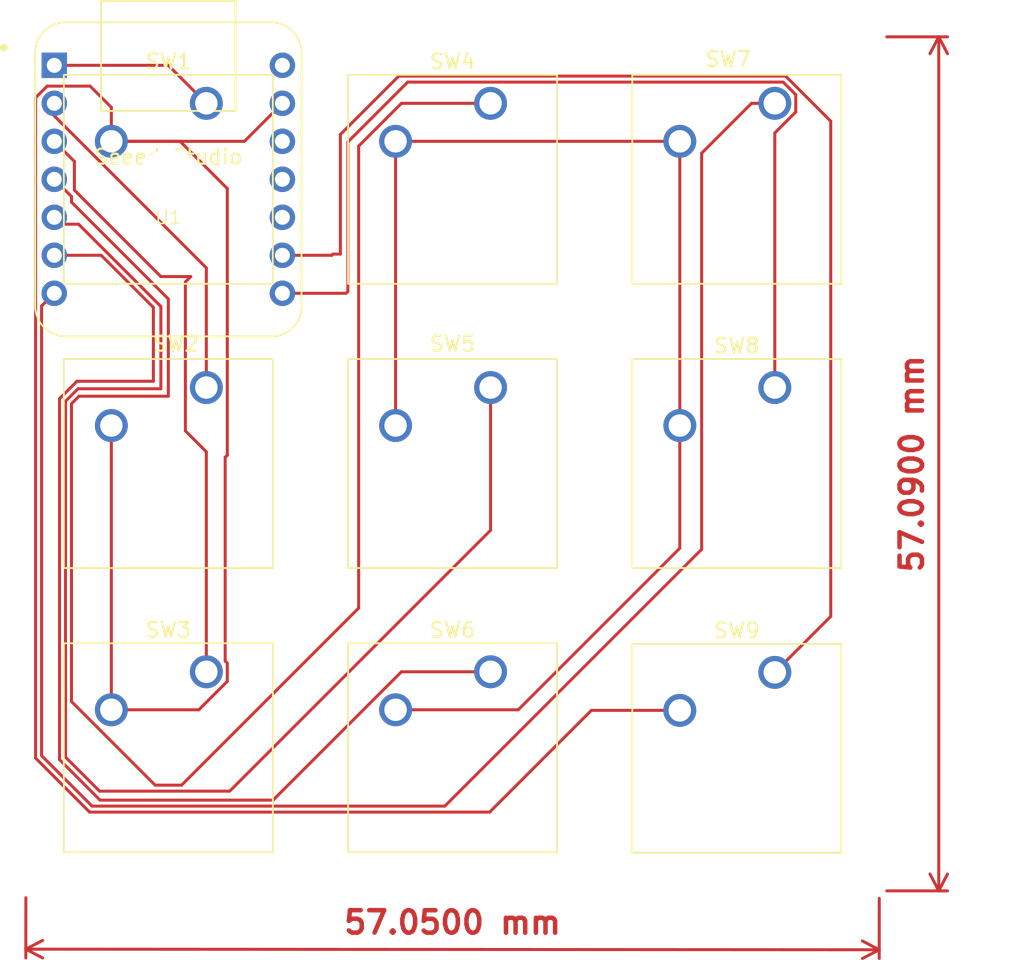
<source format=kicad_pcb>
(kicad_pcb (version 20240108) (generator "pcbnew") (generator_version "8.0")
  (layers (0 "F.Cu" signal) (31 "B.Cu" signal) (34 "B.Paste" user) (35 "F.Paste" user) (36 "B.SilkS" user "B.Silkscreen") (37 "F.SilkS" user "F.Silkscreen") (38 "B.Mask" user) (39 "F.Mask" user) (44 "Edge.Cuts" user))
  (net 0 "")
  (net 1 "GND")
  (net 2 "Net-(U1-PA7_A8_D8_SCK)")
  (net 3 "Net-(U1-PB09_A7_D7_RX)")
  (net 4 "Net-(U1-PB08_A6_D6_TX)")
  (net 5 "Net-(U1-PA9_A5_D5_SCL)")
  (net 6 "Net-(U1-PA8_A4_D4_SDA)")
  (net 7 "Net-(U1-PA11_A3_D3)")
  (net 8 "Net-(U1-PA10_A2_D2)")
  (net 11 "Net-(U1-PA02_A0_D0)")
  (net 12 "Net-(U1-PA4_A1_D1)")
  (footprint "Button_Switch_Keyboard:SW_Cherry_MX_1.00u_PCB" (layer "F.Cu") (at 159.04 91.46)
    (property "Reference" "SW9" (at -2.54 -2.794 0) (layer "F.SilkS"))
    (property "Value" "SW_Push")
    (fp_line (start -9.525 -1.905) (end 4.445 -1.905) (stroke (width 0.12)) (layer "F.SilkS"))
    (fp_line (start -9.525 12.065) (end -9.525 -1.905) (stroke (width 0.12)) (layer "F.SilkS"))
    (fp_line (start 4.445 -1.905) (end 4.445 12.065) (stroke (width 0.12)) (layer "F.SilkS"))
    (fp_line (start 4.445 12.065) (end -9.525 12.065) (stroke (width 0.12)) (layer "F.SilkS"))
    (pad "" np_thru_hole circle (at -7.62 5.08) (size 1.7 1.7) (drill 1.7) (layers "*.Cu" "*.Mask"))
    (pad "" np_thru_hole circle (at -2.54 5.08) (size 4 4) (drill 4) (layers "*.Cu" "*.Mask"))
    (pad "" np_thru_hole circle (at 2.54 5.08) (size 1.7 1.7) (drill 1.7) (layers "*.Cu" "*.Mask"))
    (pad "1" thru_hole circle (at 0 0) (size 2.2 2.2) (drill 1.5) (layers "*.Cu" "*.Mask") (net 2 "Net-(U1-PA7_A8_D8_SCK)"))
    (pad "2" thru_hole circle (at -6.35 2.54) (size 2.2 2.2) (drill 1.5) (layers "*.Cu" "*.Mask") (net 1 "GND"))
  )
  (footprint "Button_Switch_Keyboard:SW_Cherry_MX_1.00u_PCB" (layer "F.Cu") (at 159.04 53.42)
    (property "Reference" "SW7" (at -3.116 -2.94747 0) (layer "F.SilkS"))
    (property "Value" "SW_Push")
    (fp_line (start -9.525 -1.905) (end 4.445 -1.905) (stroke (width 0.12)) (layer "F.SilkS"))
    (fp_line (start -9.525 12.065) (end -9.525 -1.905) (stroke (width 0.12)) (layer "F.SilkS"))
    (fp_line (start 4.445 -1.905) (end 4.445 12.065) (stroke (width 0.12)) (layer "F.SilkS"))
    (fp_line (start 4.445 12.065) (end -9.525 12.065) (stroke (width 0.12)) (layer "F.SilkS"))
    (pad "" np_thru_hole circle (at -7.62 5.08) (size 1.7 1.7) (drill 1.7) (layers "*.Cu" "*.Mask"))
    (pad "" np_thru_hole circle (at -2.54 5.08) (size 4 4) (drill 4) (layers "*.Cu" "*.Mask"))
    (pad "" np_thru_hole circle (at 2.54 5.08) (size 1.7 1.7) (drill 1.7) (layers "*.Cu" "*.Mask"))
    (pad "1" thru_hole circle (at 0 0) (size 2.2 2.2) (drill 1.5) (layers "*.Cu" "*.Mask") (net 4 "Net-(U1-PB08_A6_D6_TX)"))
    (pad "2" thru_hole circle (at -6.35 2.54) (size 2.2 2.2) (drill 1.5) (layers "*.Cu" "*.Mask") (net 1 "GND"))
  )
  (footprint "Button_Switch_Keyboard:SW_Cherry_MX_1.00u_PCB" (layer "F.Cu") (at 121.04 91.42)
    (property "Reference" "SW3" (at -2.54 -2.794 0) (layer "F.SilkS"))
    (property "Value" "SW_Push")
    (fp_line (start -9.525 -1.905) (end 4.445 -1.905) (stroke (width 0.12)) (layer "F.SilkS"))
    (fp_line (start -9.525 12.065) (end -9.525 -1.905) (stroke (width 0.12)) (layer "F.SilkS"))
    (fp_line (start 4.445 -1.905) (end 4.445 12.065) (stroke (width 0.12)) (layer "F.SilkS"))
    (fp_line (start 4.445 12.065) (end -9.525 12.065) (stroke (width 0.12)) (layer "F.SilkS"))
    (pad "" np_thru_hole circle (at -7.62 5.08) (size 1.7 1.7) (drill 1.7) (layers "*.Cu" "*.Mask"))
    (pad "" np_thru_hole circle (at -2.54 5.08) (size 4 4) (drill 4) (layers "*.Cu" "*.Mask"))
    (pad "" np_thru_hole circle (at 2.54 5.08) (size 1.7 1.7) (drill 1.7) (layers "*.Cu" "*.Mask"))
    (pad "1" thru_hole circle (at 0 0) (size 2.2 2.2) (drill 1.5) (layers "*.Cu" "*.Mask") (net 8 "Net-(U1-PA10_A2_D2)"))
    (pad "2" thru_hole circle (at -6.35 2.54) (size 2.2 2.2) (drill 1.5) (layers "*.Cu" "*.Mask") (net 1 "GND"))
  )
  (footprint "Button_Switch_Keyboard:SW_Cherry_MX_1.00u_PCB" (layer "F.Cu") (at 121.04 53.42)
    (property "Reference" "SW1" (at -2.54 -2.794 0) (layer "F.SilkS"))
    (property "Value" "SW_Push")
    (fp_line (start -9.525 -1.905) (end 4.445 -1.905) (stroke (width 0.12)) (layer "F.SilkS"))
    (fp_line (start -9.525 12.065) (end -9.525 -1.905) (stroke (width 0.12)) (layer "F.SilkS"))
    (fp_line (start 4.445 -1.905) (end 4.445 12.065) (stroke (width 0.12)) (layer "F.SilkS"))
    (fp_line (start 4.445 12.065) (end -9.525 12.065) (stroke (width 0.12)) (layer "F.SilkS"))
    (pad "" np_thru_hole circle (at -7.62 5.08) (size 1.7 1.7) (drill 1.7) (layers "*.Cu" "*.Mask"))
    (pad "" np_thru_hole circle (at -2.54 5.08) (size 4 4) (drill 4) (layers "*.Cu" "*.Mask"))
    (pad "" np_thru_hole circle (at 2.54 5.08) (size 1.7 1.7) (drill 1.7) (layers "*.Cu" "*.Mask"))
    (pad "1" thru_hole circle (at 0 0) (size 2.2 2.2) (drill 1.5) (layers "*.Cu" "*.Mask") (net 11 "Net-(U1-PA02_A0_D0)"))
    (pad "2" thru_hole circle (at -6.35 2.54) (size 2.2 2.2) (drill 1.5) (layers "*.Cu" "*.Mask") (net 1 "GND"))
  )
  (footprint "Library:XIAO-Generic-Thruhole-14P-2.54-21X17.8MM" (layer "F.Cu") (at 118.5 58.5)
    (property "Reference" "U1" (at 0 2.54 0) (layer "F.SilkS") (effects (font (size 0.889 0.889) (thickness 0.1016))))
    (property "Value" "Seeed Studio XIAO SAMD21" (hide yes))
    (fp_line (start -8.9 -8.5) (end -8.9 8.5) (stroke (width 0.127)) (layer "F.SilkS"))
    (fp_line (start -6.9 10.5) (end 6.9 10.5) (stroke (width 0.127)) (layer "F.SilkS"))
    (fp_line (start -4.5 -11.92403) (end 4.5 -11.92403) (stroke (width 0.127)) (layer "F.SilkS"))
    (fp_line (start -4.5 -4.57073) (end -4.5 -11.92403) (stroke (width 0.127)) (layer "F.SilkS"))
    (fp_line (start 4.5 -11.92403) (end 4.5 -4.57073) (stroke (width 0.127)) (layer "F.SilkS"))
    (fp_line (start 4.5 -4.57073) (end -4.5 -4.57073) (stroke (width 0.127)) (layer "F.SilkS"))
    (fp_line (start 6.9 -10.49909) (end -6.9 -10.49909) (stroke (width 0.127)) (layer "F.SilkS"))
    (fp_line (start 8.9 8.5) (end 8.9 -8.5) (stroke (width 0.127)) (layer "F.SilkS"))
    (fp_arc (start -8.9 -8.5) (mid -8.301491 -9.901491) (end -6.9 -10.5) (stroke (width 0.12)) (layer "F.SilkS"))
    (fp_arc (start -6.9 10.5) (mid -8.301423 9.901423) (end -8.9 8.5) (stroke (width 0.12)) (layer "F.SilkS"))
    (fp_arc (start 6.9 -10.5) (mid 8.301494 -9.901494) (end 8.9 -8.5) (stroke (width 0.12)) (layer "F.SilkS"))
    (fp_arc (start 8.9 8.5) (mid 8.314214 9.914214) (end 6.9 10.5) (stroke (width 0.12)) (layer "F.SilkS"))
    (fp_circle (center -11 -8.8) (end -11 -9.054) (fill solid) (layer "F.SilkS"))
    (fp_poly (pts (xy -8.887715 -8.561705) (xy -8.884667 -8.610473) (xy -8.880603 -8.659494)) (stroke (width 0.0254)) (fill none) (layer "F.SilkS"))
    (fp_poly (pts (xy 8.889492 8.521574) (xy 8.887713 8.57085) (xy 8.884665 8.619618) (xy 8.880601 8.668639) (xy 8.875268 8.717407) (xy 8.868664 8.766175) (xy 8.861044 8.81469) (xy 8.852153 8.86295) (xy 8.842248 8.910955)) (stroke (width 0.0254)) (fill none) (layer "F.SilkS"))
    (fp_text user "Seeed Studio" (at 0 -1.5 0) (layer "F.SilkS"))
    (fp_text user "XIAO" (at 0 0.5 0) (layer "F.SilkS"))
    (pad "1" thru_hole rect (at -7.625 -7.62) (size 1.7 1.7) (drill 1) (layers "*.Cu" "*.Mask") (net 11 "Net-(U1-PA02_A0_D0)"))
    (pad "2" thru_hole circle (at -7.625 -5.08) (size 1.7 1.7) (drill 1) (layers "*.Cu" "*.Mask") (net 12 "Net-(U1-PA4_A1_D1)"))
    (pad "3" thru_hole circle (at -7.625 -2.54) (size 1.7 1.7) (drill 1) (layers "*.Cu" "*.Mask") (net 8 "Net-(U1-PA10_A2_D2)"))
    (pad "4" thru_hole circle (at -7.625 0) (size 1.7 1.7) (drill 1) (layers "*.Cu" "*.Mask") (net 7 "Net-(U1-PA11_A3_D3)"))
    (pad "5" thru_hole circle (at -7.625 2.54) (size 1.7 1.7) (drill 1) (layers "*.Cu" "*.Mask") (net 6 "Net-(U1-PA8_A4_D4_SDA)"))
    (pad "6" thru_hole circle (at -7.625 5.08 180) (size 1.7 1.7) (drill 1) (layers "*.Cu" "*.Mask") (net 5 "Net-(U1-PA9_A5_D5_SCL)"))
    (pad "7" thru_hole circle (at -7.625 7.62) (size 1.7 1.7) (drill 1) (layers "*.Cu" "*.Mask") (net 4 "Net-(U1-PB08_A6_D6_TX)"))
    (pad "8" thru_hole circle (at 7.625 7.62) (size 1.7 1.7) (drill 1) (layers "*.Cu" "*.Mask") (net 3 "Net-(U1-PB09_A7_D7_RX)"))
    (pad "9" thru_hole circle (at 7.625 5.08) (size 1.7 1.7) (drill 1) (layers "*.Cu" "*.Mask") (net 2 "Net-(U1-PA7_A8_D8_SCK)"))
    (pad "10" thru_hole circle (at 7.625 2.54) (size 1.7 1.7) (drill 1) (layers "*.Cu" "*.Mask"))
    (pad "11" thru_hole circle (at 7.625 0) (size 1.7 1.7) (drill 1) (layers "*.Cu" "*.Mask"))
    (pad "12" thru_hole circle (at 7.625 -2.54) (size 1.7 1.7) (drill 1) (layers "*.Cu" "*.Mask"))
    (pad "13" thru_hole circle (at 7.625 -5.08) (size 1.7 1.7) (drill 1) (layers "*.Cu" "*.Mask") (net 1 "GND"))
    (pad "14" thru_hole circle (at 7.625 -7.62) (size 1.7 1.7) (drill 1) (layers "*.Cu" "*.Mask"))
  )
  (footprint "Button_Switch_Keyboard:SW_Cherry_MX_1.00u_PCB" (layer "F.Cu") (at 159.04 72.42)
    (property "Reference" "SW8" (at -2.54 -2.794 0) (layer "F.SilkS"))
    (property "Value" "SW_Push")
    (fp_line (start -9.525 -1.905) (end 4.445 -1.905) (stroke (width 0.12)) (layer "F.SilkS"))
    (fp_line (start -9.525 12.065) (end -9.525 -1.905) (stroke (width 0.12)) (layer "F.SilkS"))
    (fp_line (start 4.445 -1.905) (end 4.445 12.065) (stroke (width 0.12)) (layer "F.SilkS"))
    (fp_line (start 4.445 12.065) (end -9.525 12.065) (stroke (width 0.12)) (layer "F.SilkS"))
    (pad "" np_thru_hole circle (at -7.62 5.08) (size 1.7 1.7) (drill 1.7) (layers "*.Cu" "*.Mask"))
    (pad "" np_thru_hole circle (at -2.54 5.08) (size 4 4) (drill 4) (layers "*.Cu" "*.Mask"))
    (pad "" np_thru_hole circle (at 2.54 5.08) (size 1.7 1.7) (drill 1.7) (layers "*.Cu" "*.Mask"))
    (pad "1" thru_hole circle (at 0 0) (size 2.2 2.2) (drill 1.5) (layers "*.Cu" "*.Mask") (net 3 "Net-(U1-PB09_A7_D7_RX)"))
    (pad "2" thru_hole circle (at -6.35 2.54) (size 2.2 2.2) (drill 1.5) (layers "*.Cu" "*.Mask") (net 1 "GND"))
  )
  (footprint "Button_Switch_Keyboard:SW_Cherry_MX_1.00u_PCB" (layer "F.Cu") (at 140.04 72.42)
    (property "Reference" "SW5" (at -2.54 -2.92 0) (layer "F.SilkS"))
    (property "Value" "SW_Push")
    (fp_line (start -9.525 -1.905) (end 4.445 -1.905) (stroke (width 0.12)) (layer "F.SilkS"))
    (fp_line (start -9.525 12.065) (end -9.525 -1.905) (stroke (width 0.12)) (layer "F.SilkS"))
    (fp_line (start 4.445 -1.905) (end 4.445 12.065) (stroke (width 0.12)) (layer "F.SilkS"))
    (fp_line (start 4.445 12.065) (end -9.525 12.065) (stroke (width 0.12)) (layer "F.SilkS"))
    (pad "" np_thru_hole circle (at -7.62 5.08) (size 1.7 1.7) (drill 1.7) (layers "*.Cu" "*.Mask"))
    (pad "" np_thru_hole circle (at -2.54 5.08) (size 4 4) (drill 4) (layers "*.Cu" "*.Mask"))
    (pad "" np_thru_hole circle (at 2.54 5.08) (size 1.7 1.7) (drill 1.7) (layers "*.Cu" "*.Mask"))
    (pad "1" thru_hole circle (at 0 0) (size 2.2 2.2) (drill 1.5) (layers "*.Cu" "*.Mask") (net 6 "Net-(U1-PA8_A4_D4_SDA)"))
    (pad "2" thru_hole circle (at -6.35 2.54) (size 2.2 2.2) (drill 1.5) (layers "*.Cu" "*.Mask") (net 1 "GND"))
  )
  (footprint "Button_Switch_Keyboard:SW_Cherry_MX_1.00u_PCB" (layer "F.Cu") (at 140.04 91.42)
    (property "Reference" "SW6" (at -2.54 -2.794 0) (layer "F.SilkS"))
    (property "Value" "SW_Push")
    (fp_line (start -9.525 -1.905) (end 4.445 -1.905) (stroke (width 0.12)) (layer "F.SilkS"))
    (fp_line (start -9.525 12.065) (end -9.525 -1.905) (stroke (width 0.12)) (layer "F.SilkS"))
    (fp_line (start 4.445 -1.905) (end 4.445 12.065) (stroke (width 0.12)) (layer "F.SilkS"))
    (fp_line (start 4.445 12.065) (end -9.525 12.065) (stroke (width 0.12)) (layer "F.SilkS"))
    (pad "" np_thru_hole circle (at -7.62 5.08) (size 1.7 1.7) (drill 1.7) (layers "*.Cu" "*.Mask"))
    (pad "" np_thru_hole circle (at -2.54 5.08) (size 4 4) (drill 4) (layers "*.Cu" "*.Mask"))
    (pad "" np_thru_hole circle (at 2.54 5.08) (size 1.7 1.7) (drill 1.7) (layers "*.Cu" "*.Mask"))
    (pad "1" thru_hole circle (at 0 0) (size 2.2 2.2) (drill 1.5) (layers "*.Cu" "*.Mask") (net 5 "Net-(U1-PA9_A5_D5_SCL)"))
    (pad "2" thru_hole circle (at -6.35 2.54) (size 2.2 2.2) (drill 1.5) (layers "*.Cu" "*.Mask") (net 1 "GND"))
  )
  (footprint "Button_Switch_Keyboard:SW_Cherry_MX_1.00u_PCB" (layer "F.Cu") (at 121.04 72.42)
    (property "Reference" "SW2" (at -2.04 -2.92 0) (layer "F.SilkS"))
    (property "Value" "SW_Push")
    (fp_line (start -9.525 -1.905) (end 4.445 -1.905) (stroke (width 0.12)) (layer "F.SilkS"))
    (fp_line (start -9.525 12.065) (end -9.525 -1.905) (stroke (width 0.12)) (layer "F.SilkS"))
    (fp_line (start 4.445 -1.905) (end 4.445 12.065) (stroke (width 0.12)) (layer "F.SilkS"))
    (fp_line (start 4.445 12.065) (end -9.525 12.065) (stroke (width 0.12)) (layer "F.SilkS"))
    (pad "" np_thru_hole circle (at -7.62 5.08) (size 1.7 1.7) (drill 1.7) (layers "*.Cu" "*.Mask"))
    (pad "" np_thru_hole circle (at -2.54 5.08) (size 4 4) (drill 4) (layers "*.Cu" "*.Mask"))
    (pad "" np_thru_hole circle (at 2.54 5.08) (size 1.7 1.7) (drill 1.7) (layers "*.Cu" "*.Mask"))
    (pad "1" thru_hole circle (at 0 0) (size 2.2 2.2) (drill 1.5) (layers "*.Cu" "*.Mask") (net 12 "Net-(U1-PA4_A1_D1)"))
    (pad "2" thru_hole circle (at -6.35 2.54) (size 2.2 2.2) (drill 1.5) (layers "*.Cu" "*.Mask") (net 1 "GND"))
  )
  (footprint "Button_Switch_Keyboard:SW_Cherry_MX_1.00u_PCB" (layer "F.Cu") (at 140.04 53.42)
    (property "Reference" "SW4" (at -2.54 -2.794 0) (layer "F.SilkS"))
    (property "Value" "SW_Push")
    (fp_line (start -9.525 -1.905) (end 4.445 -1.905) (stroke (width 0.12)) (layer "F.SilkS"))
    (fp_line (start -9.525 12.065) (end -9.525 -1.905) (stroke (width 0.12)) (layer "F.SilkS"))
    (fp_line (start 4.445 -1.905) (end 4.445 12.065) (stroke (width 0.12)) (layer "F.SilkS"))
    (fp_line (start 4.445 12.065) (end -9.525 12.065) (stroke (width 0.12)) (layer "F.SilkS"))
    (pad "" np_thru_hole circle (at -7.62 5.08) (size 1.7 1.7) (drill 1.7) (layers "*.Cu" "*.Mask"))
    (pad "" np_thru_hole circle (at -2.54 5.08) (size 4 4) (drill 4) (layers "*.Cu" "*.Mask"))
    (pad "" np_thru_hole circle (at 2.54 5.08) (size 1.7 1.7) (drill 1.7) (layers "*.Cu" "*.Mask"))
    (pad "1" thru_hole circle (at 0 0) (size 2.2 2.2) (drill 1.5) (layers "*.Cu" "*.Mask") (net 7 "Net-(U1-PA11_A3_D3)"))
    (pad "2" thru_hole circle (at -6.35 2.54) (size 2.2 2.2) (drill 1.5) (layers "*.Cu" "*.Mask") (net 1 "GND"))
  )
  (dimension (type aligned) (layer "F.Cu") (pts (xy 166.025 106.065) (xy 108.975 106.025)) (height -3.937362) (gr_text "57.0500 mm" (at 137.498501 108.182361 -0.04017231911) (layer "F.Cu") (effects (font (size 1.5 1.5) (thickness 0.3)))) (format (prefix "") (suffix "") (units 3) (units_format 1) (precision 4)) (style (thickness 0.2) (arrow_length 1.27) (text_position_mode 0) (extension_height 0.58642) (extension_offset 0.5) keep_text_aligned))
  (dimension (type aligned) (layer "F.Cu") (pts (xy 166.025 48.975) (xy 166.025 106.065)) (height -3.975) (gr_text "57.0900 mm" (at 168.2 77.52 90) (layer "F.Cu") (effects (font (size 1.5 1.5) (thickness 0.3)))) (format (prefix "") (suffix "") (units 3) (units_format 1) (precision 4)) (style (thickness 0.2) (arrow_length 1.27) (text_position_mode 0) (extension_height 0.58642) (extension_offset 0.5) keep_text_aligned))
  (segment (start 113.27 52.27) (end 114.69 53.69) (width 0.2) (layer "F.Cu") (net 1))
  (segment (start 110.398654 52.27) (end 113.27 52.27) (width 0.2) (layer "F.Cu") (net 1))
  (segment (start 146.777056 94) (end 139.977056 100.8) (width 0.2) (layer "F.Cu") (net 1))
  (segment (start 152.69 55.96) (end 133.69 55.96) (width 0.2) (layer "F.Cu") (net 1))
  (segment (start 113.234314 100.8) (end 109.625 97.190686) (width 0.2) (layer "F.Cu") (net 1))
  (segment (start 109.625 97.190686) (end 109.625 53.043654) (width 0.2) (layer "F.Cu") (net 1))
  (segment (start 114.69 53.69) (end 114.69 55.96) (width 0.2) (layer "F.Cu") (net 1))
  (segment (start 123.585 55.96) (end 126.125 53.42) (width 0.2) (layer "F.Cu") (net 1))
  (segment (start 114.69 55.96) (end 119.283402 55.96) (width 0.2) (layer "F.Cu") (net 1))
  (segment (start 152.69 94) (end 146.777056 94) (width 0.2) (layer "F.Cu") (net 1))
  (segment (start 122.441472 76.941472) (end 122.29995 77.082994) (width 0.2) (layer "F.Cu") (net 1))
  (segment (start 122.29995 90.700051) (end 122.44 90.840101) (width 0.2) (layer "F.Cu") (net 1))
  (segment (start 122.44 92.06) (end 120.54 93.96) (width 0.2) (layer "F.Cu") (net 1))
  (segment (start 114.69 55.96) (end 123.585 55.96) (width 0.2) (layer "F.Cu") (net 1))
  (segment (start 139.977056 100.8) (end 113.234314 100.8) (width 0.2) (layer "F.Cu") (net 1))
  (segment (start 122.44 90.840101) (end 122.44 92.06) (width 0.2) (layer "F.Cu") (net 1))
  (segment (start 152.69 83.16) (end 141.89 93.96) (width 0.2) (layer "F.Cu") (net 1))
  (segment (start 122.29995 77.082994) (end 122.29995 90.700051) (width 0.2) (layer "F.Cu") (net 1))
  (segment (start 120.54 93.96) (end 114.69 93.96) (width 0.2) (layer "F.Cu") (net 1))
  (segment (start 114.69 74.96) (end 114.69 93.96) (width 0.2) (layer "F.Cu") (net 1))
  (segment (start 119.283402 55.96) (end 122.441472 59.11807) (width 0.2) (layer "F.Cu") (net 1))
  (segment (start 152.69 55.96) (end 152.69 74.96) (width 0.2) (layer "F.Cu") (net 1))
  (segment (start 109.625 53.043654) (end 110.398654 52.27) (width 0.2) (layer "F.Cu") (net 1))
  (segment (start 141.89 93.96) (end 133.69 93.96) (width 0.2) (layer "F.Cu") (net 1))
  (segment (start 133.69 55.96) (end 133.69 74.96) (width 0.2) (layer "F.Cu") (net 1))
  (segment (start 122.441472 59.11807) (end 122.441472 76.941472) (width 0.2) (layer "F.Cu") (net 1))
  (segment (start 152.69 74.96) (end 152.69 83.16) (width 0.2) (layer "F.Cu") (net 1))
  (segment (start 159.04 91.46) (end 162.78 87.72) (width 0.2) (layer "F.Cu") (net 2))
  (segment (start 130 63.5) (end 129.5 63.5) (width 0.2) (layer "F.Cu") (net 2))
  (segment (start 130 55.5) (end 130 63.5) (width 0.2) (layer "F.Cu") (net 2))
  (segment (start 129.5 63.5) (end 129.42 63.58) (width 0.2) (layer "F.Cu") (net 2))
  (segment (start 162.78 87.72) (end 162.78 54.614415) (width 0.2) (layer "F.Cu") (net 2))
  (segment (start 133.9 51.6) (end 130 55.5) (width 0.2) (layer "F.Cu") (net 2))
  (segment (start 162.78 54.614415) (end 159.765585 51.6) (width 0.2) (layer "F.Cu") (net 2))
  (segment (start 129.42 63.58) (end 126.125 63.58) (width 0.2) (layer "F.Cu") (net 2))
  (segment (start 159.765585 51.6) (end 133.9 51.6) (width 0.2) (layer "F.Cu") (net 2))
  (segment (start 159.04 55.399899) (end 160.44 53.999899) (width 0.2) (layer "F.Cu") (net 3))
  (segment (start 130.38 66.12) (end 126.125 66.12) (width 0.2) (layer "F.Cu") (net 3))
  (segment (start 130.5 66) (end 130.38 66.12) (width 0.2) (layer "F.Cu") (net 3))
  (segment (start 134.5 52) (end 130.5 56) (width 0.2) (layer "F.Cu") (net 3))
  (segment (start 130.5 56) (end 130.5 66) (width 0.2) (layer "F.Cu") (net 3))
  (segment (start 160.44 52.840101) (end 159.599899 52) (width 0.2) (layer "F.Cu") (net 3))
  (segment (start 159.599899 52) (end 134.5 52) (width 0.2) (layer "F.Cu") (net 3))
  (segment (start 160.44 53.999899) (end 160.44 52.840101) (width 0.2) (layer "F.Cu") (net 3))
  (segment (start 159.04 72.42) (end 159.04 55.399899) (width 0.2) (layer "F.Cu") (net 3))
  (segment (start 110.875 66.12) (end 110.025 66.97) (width 0.2) (layer "F.Cu") (net 4))
  (segment (start 110.025 66.97) (end 110.025 97.025) (width 0.2) (layer "F.Cu") (net 4))
  (segment (start 157.484366 53.42) (end 159.04 53.42) (width 0.2) (layer "F.Cu") (net 4))
  (segment (start 113.4 100.4) (end 136.982944 100.4) (width 0.2) (layer "F.Cu") (net 4))
  (segment (start 136.982944 100.4) (end 154.15 83.232944) (width 0.2) (layer "F.Cu") (net 4))
  (segment (start 154.15 56.754366) (end 157.484366 53.42) (width 0.2) (layer "F.Cu") (net 4))
  (segment (start 110.025 97.025) (end 113.4 100.4) (width 0.2) (layer "F.Cu") (net 4))
  (segment (start 154.15 83.232944) (end 154.15 56.754366) (width 0.2) (layer "F.Cu") (net 4))
  (segment (start 117.5 67.065686) (end 117.5 72) (width 0.2) (layer "F.Cu") (net 5))
  (segment (start 113.934314 100) (end 125.5 100) (width 0.2) (layer "F.Cu") (net 5))
  (segment (start 110.875 63.58) (end 114.014314 63.58) (width 0.2) (layer "F.Cu") (net 5))
  (segment (start 114.014314 63.58) (end 117.5 67.065686) (width 0.2) (layer "F.Cu") (net 5))
  (segment (start 112.39363 72) (end 111.225 73.16863) (width 0.2) (layer "F.Cu") (net 5))
  (segment (start 134.08 91.42) (end 140.04 91.42) (width 0.2) (layer "F.Cu") (net 5))
  (segment (start 111.225 97.290686) (end 113.934314 100) (width 0.2) (layer "F.Cu") (net 5))
  (segment (start 125.5 100) (end 134.08 91.42) (width 0.2) (layer "F.Cu") (net 5))
  (segment (start 111.225 73.16863) (end 111.225 97.290686) (width 0.2) (layer "F.Cu") (net 5))
  (segment (start 117.5 72) (end 112.39363 72) (width 0.2) (layer "F.Cu") (net 5))
  (segment (start 112.5 61.5) (end 118 67) (width 0.2) (layer "F.Cu") (net 6))
  (segment (start 112.459315 72.5) (end 111.625 73.334315) (width 0.2) (layer "F.Cu") (net 6))
  (segment (start 118 67) (end 118 72.5) (width 0.2) (layer "F.Cu") (net 6))
  (segment (start 122.6 99.4) (end 140.04 81.96) (width 0.2) (layer "F.Cu") (net 6))
  (segment (start 140.04 81.96) (end 140.04 72.42) (width 0.2) (layer "F.Cu") (net 6))
  (segment (start 113.9 99.4) (end 122.6 99.4) (width 0.2) (layer "F.Cu") (net 6))
  (segment (start 111.625 73.334315) (end 111.625 97.125) (width 0.2) (layer "F.Cu") (net 6))
  (segment (start 111.335 61.5) (end 112.5 61.5) (width 0.2) (layer "F.Cu") (net 6))
  (segment (start 110.875 61.04) (end 111.335 61.5) (width 0.2) (layer "F.Cu") (net 6))
  (segment (start 118 72.5) (end 112.459315 72.5) (width 0.2) (layer "F.Cu") (net 6))
  (segment (start 111.625 97.125) (end 113.9 99.4) (width 0.2) (layer "F.Cu") (net 6))
  (segment (start 110.875 58.5) (end 112.025 59.65) (width 0.2) (layer "F.Cu") (net 7))
  (segment (start 118.5 73) (end 112.525 73) (width 0.2) (layer "F.Cu") (net 7))
  (segment (start 131.22 87.162944) (end 131.22 56.28) (width 0.2) (layer "F.Cu") (net 7))
  (segment (start 112.025 59.65) (end 112.025 60.025) (width 0.2) (layer "F.Cu") (net 7))
  (segment (start 112.025 73.5) (end 112.025 93.407944) (width 0.2) (layer "F.Cu") (net 7))
  (segment (start 134.08 53.42) (end 140.04 53.42) (width 0.2) (layer "F.Cu") (net 7))
  (segment (start 112.025 93.407944) (end 117.617056 99) (width 0.2) (layer "F.Cu") (net 7))
  (segment (start 119.382944 99) (end 131.22 87.162944) (width 0.2) (layer "F.Cu") (net 7))
  (segment (start 112.525 73) (end 112.025 73.5) (width 0.2) (layer "F.Cu") (net 7))
  (segment (start 118.5 66.5) (end 118.5 73) (width 0.2) (layer "F.Cu") (net 7))
  (segment (start 131.22 56.28) (end 134.08 53.42) (width 0.2) (layer "F.Cu") (net 7))
  (segment (start 112.025 60.025) (end 118.5 66.5) (width 0.2) (layer "F.Cu") (net 7))
  (segment (start 117.617056 99) (end 119.382944 99) (width 0.2) (layer "F.Cu") (net 7))
  (segment (start 119.64 75.316598) (end 121.04 76.716598) (width 0.2) (layer "F.Cu") (net 8))
  (segment (start 121.04 76.716598) (end 121.04 91.42) (width 0.2) (layer "F.Cu") (net 8))
  (segment (start 112.22 59.22) (end 118 65) (width 0.2) (layer "F.Cu") (net 8))
  (segment (start 118 65) (end 120 65) (width 0.2) (layer "F.Cu") (net 8))
  (segment (start 119.64 65.36) (end 119.64 75.316598) (width 0.2) (layer "F.Cu") (net 8))
  (segment (start 112.22 57.305) (end 112.22 59.22) (width 0.2) (layer "F.Cu") (net 8))
  (segment (start 110.875 55.96) (end 112.22 57.305) (width 0.2) (layer "F.Cu") (net 8))
  (segment (start 120 65) (end 119.64 65.36) (width 0.2) (layer "F.Cu") (net 8))
  (segment (start 118.5 50.88) (end 121.04 53.42) (width 0.2) (layer "F.Cu") (net 11))
  (segment (start 110.875 50.88) (end 118.5 50.88) (width 0.2) (layer "F.Cu") (net 11))
  (segment (start 110.875 53.42) (end 110.875 54.257944) (width 0.2) (layer "F.Cu") (net 12))
  (segment (start 121.04 64.422944) (end 121.04 72.42) (width 0.2) (layer "F.Cu") (net 12))
  (segment (start 110.875 54.257944) (end 121.04 64.422944) (width 0.2) (layer "F.Cu") (net 12))
)
</source>
